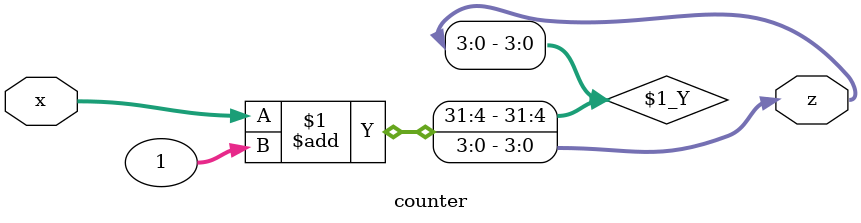
<source format=v>
module counter
    (
        input [3:0] x,
        output [3:0] z
    );
    assign z = x + 1;

endmodule // counter

</source>
